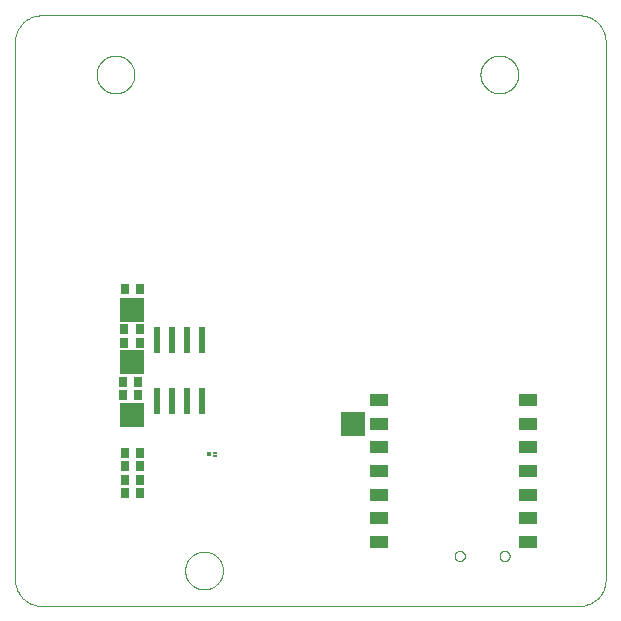
<source format=gbp>
G75*
%MOIN*%
%OFA0B0*%
%FSLAX25Y25*%
%IPPOS*%
%LPD*%
%AMOC8*
5,1,8,0,0,1.08239X$1,22.5*
%
%ADD10C,0.00197*%
%ADD11C,0.00000*%
%ADD12R,0.08000X0.08000*%
%ADD13R,0.02756X0.03543*%
%ADD14R,0.05906X0.03937*%
%ADD15R,0.01600X0.00800*%
%ADD16R,0.00800X0.01600*%
%ADD17R,0.02362X0.08661*%
D10*
X0036092Y0020644D02*
X0036048Y0020933D01*
X0036018Y0021226D01*
X0035988Y0021520D01*
X0035972Y0021817D01*
X0035972Y0201771D01*
X0035988Y0202068D01*
X0036018Y0202361D01*
X0036048Y0202655D01*
X0036092Y0202944D01*
X0036151Y0203228D01*
X0036209Y0203512D01*
X0036282Y0203791D01*
X0036367Y0204064D01*
X0036453Y0204338D01*
X0036551Y0204606D01*
X0036663Y0204867D01*
X0036774Y0205129D01*
X0036897Y0205384D01*
X0037032Y0205632D01*
X0037167Y0205879D01*
X0037314Y0206120D01*
X0037472Y0206353D01*
X0037629Y0206586D01*
X0037798Y0206811D01*
X0037976Y0207027D01*
X0038155Y0207243D01*
X0038344Y0207451D01*
X0038542Y0207649D01*
X0038740Y0207847D01*
X0038948Y0208036D01*
X0039164Y0208215D01*
X0039381Y0208393D01*
X0039605Y0208562D01*
X0039838Y0208720D01*
X0040071Y0208877D01*
X0040312Y0209024D01*
X0040560Y0209159D01*
X0040808Y0209294D01*
X0041063Y0209418D01*
X0041324Y0209529D01*
X0041585Y0209640D01*
X0041853Y0209738D01*
X0042400Y0209910D01*
X0042680Y0209982D01*
X0042964Y0210041D01*
X0043248Y0210099D01*
X0043537Y0210144D01*
X0044123Y0210204D01*
X0044420Y0210219D01*
X0224374Y0210219D01*
X0224672Y0210204D01*
X0225258Y0210144D01*
X0225547Y0210099D01*
X0225831Y0210041D01*
X0226115Y0209982D01*
X0226394Y0209910D01*
X0226941Y0209738D01*
X0227209Y0209640D01*
X0227471Y0209529D01*
X0227732Y0209418D01*
X0227987Y0209294D01*
X0228483Y0209024D01*
X0228724Y0208877D01*
X0228956Y0208720D01*
X0229189Y0208562D01*
X0229414Y0208393D01*
X0229630Y0208215D01*
X0229847Y0208036D01*
X0230054Y0207847D01*
X0230253Y0207649D01*
X0230451Y0207451D01*
X0230640Y0207243D01*
X0230818Y0207027D01*
X0230997Y0206811D01*
X0231166Y0206586D01*
X0231323Y0206353D01*
X0231481Y0206120D01*
X0231628Y0205879D01*
X0231763Y0205632D01*
X0231898Y0205384D01*
X0232021Y0205129D01*
X0232243Y0204606D01*
X0232342Y0204338D01*
X0232513Y0203791D01*
X0232585Y0203512D01*
X0232644Y0203228D01*
X0232703Y0202944D01*
X0232747Y0202655D01*
X0232777Y0202361D01*
X0232807Y0202068D01*
X0232823Y0201771D01*
X0232823Y0022118D01*
X0232823Y0021817D02*
X0232807Y0021520D01*
X0232777Y0021226D01*
X0232747Y0020933D01*
X0232703Y0020644D01*
X0232644Y0020360D01*
X0232585Y0020076D01*
X0232513Y0019797D01*
X0232428Y0019523D01*
X0232342Y0019250D01*
X0232243Y0018982D01*
X0232132Y0018721D01*
X0232021Y0018459D01*
X0231898Y0018204D01*
X0231628Y0017708D01*
X0231481Y0017468D01*
X0231323Y0017235D01*
X0231166Y0017002D01*
X0230997Y0016777D01*
X0230818Y0016561D01*
X0230640Y0016345D01*
X0230451Y0016137D01*
X0230054Y0015740D01*
X0229847Y0015552D01*
X0229630Y0015373D01*
X0229414Y0015194D01*
X0229189Y0015026D01*
X0228956Y0014868D01*
X0228724Y0014710D01*
X0228483Y0014564D01*
X0227987Y0014294D01*
X0227732Y0014170D01*
X0227471Y0014059D01*
X0227209Y0013948D01*
X0226941Y0013849D01*
X0226394Y0013678D01*
X0226115Y0013606D01*
X0225831Y0013547D01*
X0225547Y0013489D01*
X0225258Y0013444D01*
X0224672Y0013384D01*
X0224374Y0013369D01*
X0044420Y0013369D01*
X0044123Y0013384D01*
X0043537Y0013444D01*
X0043248Y0013489D01*
X0042964Y0013547D01*
X0042680Y0013606D01*
X0042400Y0013678D01*
X0041853Y0013849D01*
X0041585Y0013948D01*
X0041324Y0014059D01*
X0041063Y0014170D01*
X0040808Y0014294D01*
X0040560Y0014429D01*
X0040312Y0014564D01*
X0040071Y0014710D01*
X0039838Y0014868D01*
X0039605Y0015026D01*
X0039381Y0015194D01*
X0039164Y0015373D01*
X0038948Y0015552D01*
X0038740Y0015740D01*
X0038344Y0016137D01*
X0038155Y0016345D01*
X0037976Y0016561D01*
X0037798Y0016777D01*
X0037629Y0017002D01*
X0037472Y0017235D01*
X0037314Y0017468D01*
X0037167Y0017708D01*
X0036897Y0018204D01*
X0036774Y0018459D01*
X0036663Y0018721D01*
X0036551Y0018982D01*
X0036453Y0019250D01*
X0036367Y0019523D01*
X0036282Y0019797D01*
X0036209Y0020076D01*
X0036151Y0020360D01*
X0036092Y0020644D01*
D11*
X0092665Y0025157D02*
X0092667Y0025315D01*
X0092673Y0025473D01*
X0092683Y0025631D01*
X0092697Y0025789D01*
X0092715Y0025946D01*
X0092736Y0026103D01*
X0092762Y0026259D01*
X0092792Y0026415D01*
X0092825Y0026570D01*
X0092863Y0026723D01*
X0092904Y0026876D01*
X0092949Y0027028D01*
X0092998Y0027179D01*
X0093051Y0027328D01*
X0093107Y0027476D01*
X0093167Y0027622D01*
X0093231Y0027767D01*
X0093299Y0027910D01*
X0093370Y0028052D01*
X0093444Y0028192D01*
X0093522Y0028329D01*
X0093604Y0028465D01*
X0093688Y0028599D01*
X0093777Y0028730D01*
X0093868Y0028859D01*
X0093963Y0028986D01*
X0094060Y0029111D01*
X0094161Y0029233D01*
X0094265Y0029352D01*
X0094372Y0029469D01*
X0094482Y0029583D01*
X0094595Y0029694D01*
X0094710Y0029803D01*
X0094828Y0029908D01*
X0094949Y0030010D01*
X0095072Y0030110D01*
X0095198Y0030206D01*
X0095326Y0030299D01*
X0095456Y0030389D01*
X0095589Y0030475D01*
X0095724Y0030559D01*
X0095860Y0030638D01*
X0095999Y0030715D01*
X0096140Y0030787D01*
X0096282Y0030857D01*
X0096426Y0030922D01*
X0096572Y0030984D01*
X0096719Y0031042D01*
X0096868Y0031097D01*
X0097018Y0031148D01*
X0097169Y0031195D01*
X0097321Y0031238D01*
X0097474Y0031277D01*
X0097629Y0031313D01*
X0097784Y0031344D01*
X0097940Y0031372D01*
X0098096Y0031396D01*
X0098253Y0031416D01*
X0098411Y0031432D01*
X0098568Y0031444D01*
X0098727Y0031452D01*
X0098885Y0031456D01*
X0099043Y0031456D01*
X0099201Y0031452D01*
X0099360Y0031444D01*
X0099517Y0031432D01*
X0099675Y0031416D01*
X0099832Y0031396D01*
X0099988Y0031372D01*
X0100144Y0031344D01*
X0100299Y0031313D01*
X0100454Y0031277D01*
X0100607Y0031238D01*
X0100759Y0031195D01*
X0100910Y0031148D01*
X0101060Y0031097D01*
X0101209Y0031042D01*
X0101356Y0030984D01*
X0101502Y0030922D01*
X0101646Y0030857D01*
X0101788Y0030787D01*
X0101929Y0030715D01*
X0102068Y0030638D01*
X0102204Y0030559D01*
X0102339Y0030475D01*
X0102472Y0030389D01*
X0102602Y0030299D01*
X0102730Y0030206D01*
X0102856Y0030110D01*
X0102979Y0030010D01*
X0103100Y0029908D01*
X0103218Y0029803D01*
X0103333Y0029694D01*
X0103446Y0029583D01*
X0103556Y0029469D01*
X0103663Y0029352D01*
X0103767Y0029233D01*
X0103868Y0029111D01*
X0103965Y0028986D01*
X0104060Y0028859D01*
X0104151Y0028730D01*
X0104240Y0028599D01*
X0104324Y0028465D01*
X0104406Y0028329D01*
X0104484Y0028192D01*
X0104558Y0028052D01*
X0104629Y0027910D01*
X0104697Y0027767D01*
X0104761Y0027622D01*
X0104821Y0027476D01*
X0104877Y0027328D01*
X0104930Y0027179D01*
X0104979Y0027028D01*
X0105024Y0026876D01*
X0105065Y0026723D01*
X0105103Y0026570D01*
X0105136Y0026415D01*
X0105166Y0026259D01*
X0105192Y0026103D01*
X0105213Y0025946D01*
X0105231Y0025789D01*
X0105245Y0025631D01*
X0105255Y0025473D01*
X0105261Y0025315D01*
X0105263Y0025157D01*
X0105261Y0024999D01*
X0105255Y0024841D01*
X0105245Y0024683D01*
X0105231Y0024525D01*
X0105213Y0024368D01*
X0105192Y0024211D01*
X0105166Y0024055D01*
X0105136Y0023899D01*
X0105103Y0023744D01*
X0105065Y0023591D01*
X0105024Y0023438D01*
X0104979Y0023286D01*
X0104930Y0023135D01*
X0104877Y0022986D01*
X0104821Y0022838D01*
X0104761Y0022692D01*
X0104697Y0022547D01*
X0104629Y0022404D01*
X0104558Y0022262D01*
X0104484Y0022122D01*
X0104406Y0021985D01*
X0104324Y0021849D01*
X0104240Y0021715D01*
X0104151Y0021584D01*
X0104060Y0021455D01*
X0103965Y0021328D01*
X0103868Y0021203D01*
X0103767Y0021081D01*
X0103663Y0020962D01*
X0103556Y0020845D01*
X0103446Y0020731D01*
X0103333Y0020620D01*
X0103218Y0020511D01*
X0103100Y0020406D01*
X0102979Y0020304D01*
X0102856Y0020204D01*
X0102730Y0020108D01*
X0102602Y0020015D01*
X0102472Y0019925D01*
X0102339Y0019839D01*
X0102204Y0019755D01*
X0102068Y0019676D01*
X0101929Y0019599D01*
X0101788Y0019527D01*
X0101646Y0019457D01*
X0101502Y0019392D01*
X0101356Y0019330D01*
X0101209Y0019272D01*
X0101060Y0019217D01*
X0100910Y0019166D01*
X0100759Y0019119D01*
X0100607Y0019076D01*
X0100454Y0019037D01*
X0100299Y0019001D01*
X0100144Y0018970D01*
X0099988Y0018942D01*
X0099832Y0018918D01*
X0099675Y0018898D01*
X0099517Y0018882D01*
X0099360Y0018870D01*
X0099201Y0018862D01*
X0099043Y0018858D01*
X0098885Y0018858D01*
X0098727Y0018862D01*
X0098568Y0018870D01*
X0098411Y0018882D01*
X0098253Y0018898D01*
X0098096Y0018918D01*
X0097940Y0018942D01*
X0097784Y0018970D01*
X0097629Y0019001D01*
X0097474Y0019037D01*
X0097321Y0019076D01*
X0097169Y0019119D01*
X0097018Y0019166D01*
X0096868Y0019217D01*
X0096719Y0019272D01*
X0096572Y0019330D01*
X0096426Y0019392D01*
X0096282Y0019457D01*
X0096140Y0019527D01*
X0095999Y0019599D01*
X0095860Y0019676D01*
X0095724Y0019755D01*
X0095589Y0019839D01*
X0095456Y0019925D01*
X0095326Y0020015D01*
X0095198Y0020108D01*
X0095072Y0020204D01*
X0094949Y0020304D01*
X0094828Y0020406D01*
X0094710Y0020511D01*
X0094595Y0020620D01*
X0094482Y0020731D01*
X0094372Y0020845D01*
X0094265Y0020962D01*
X0094161Y0021081D01*
X0094060Y0021203D01*
X0093963Y0021328D01*
X0093868Y0021455D01*
X0093777Y0021584D01*
X0093688Y0021715D01*
X0093604Y0021849D01*
X0093522Y0021985D01*
X0093444Y0022122D01*
X0093370Y0022262D01*
X0093299Y0022404D01*
X0093231Y0022547D01*
X0093167Y0022692D01*
X0093107Y0022838D01*
X0093051Y0022986D01*
X0092998Y0023135D01*
X0092949Y0023286D01*
X0092904Y0023438D01*
X0092863Y0023591D01*
X0092825Y0023744D01*
X0092792Y0023899D01*
X0092762Y0024055D01*
X0092736Y0024211D01*
X0092715Y0024368D01*
X0092697Y0024525D01*
X0092683Y0024683D01*
X0092673Y0024841D01*
X0092667Y0024999D01*
X0092665Y0025157D01*
X0182519Y0030008D02*
X0182521Y0030089D01*
X0182527Y0030171D01*
X0182537Y0030252D01*
X0182551Y0030332D01*
X0182568Y0030411D01*
X0182590Y0030490D01*
X0182615Y0030567D01*
X0182644Y0030644D01*
X0182677Y0030718D01*
X0182714Y0030791D01*
X0182753Y0030862D01*
X0182797Y0030931D01*
X0182843Y0030998D01*
X0182893Y0031062D01*
X0182946Y0031124D01*
X0183002Y0031184D01*
X0183060Y0031240D01*
X0183122Y0031294D01*
X0183186Y0031345D01*
X0183252Y0031392D01*
X0183320Y0031436D01*
X0183391Y0031477D01*
X0183463Y0031514D01*
X0183538Y0031548D01*
X0183613Y0031578D01*
X0183691Y0031604D01*
X0183769Y0031627D01*
X0183848Y0031645D01*
X0183928Y0031660D01*
X0184009Y0031671D01*
X0184090Y0031678D01*
X0184172Y0031681D01*
X0184253Y0031680D01*
X0184334Y0031675D01*
X0184415Y0031666D01*
X0184496Y0031653D01*
X0184576Y0031636D01*
X0184654Y0031616D01*
X0184732Y0031591D01*
X0184809Y0031563D01*
X0184884Y0031531D01*
X0184957Y0031496D01*
X0185028Y0031457D01*
X0185098Y0031414D01*
X0185165Y0031369D01*
X0185231Y0031320D01*
X0185293Y0031268D01*
X0185353Y0031212D01*
X0185410Y0031154D01*
X0185465Y0031094D01*
X0185516Y0031030D01*
X0185564Y0030965D01*
X0185609Y0030897D01*
X0185651Y0030827D01*
X0185689Y0030755D01*
X0185724Y0030681D01*
X0185755Y0030606D01*
X0185782Y0030529D01*
X0185805Y0030451D01*
X0185825Y0030372D01*
X0185841Y0030292D01*
X0185853Y0030211D01*
X0185861Y0030130D01*
X0185865Y0030049D01*
X0185865Y0029967D01*
X0185861Y0029886D01*
X0185853Y0029805D01*
X0185841Y0029724D01*
X0185825Y0029644D01*
X0185805Y0029565D01*
X0185782Y0029487D01*
X0185755Y0029410D01*
X0185724Y0029335D01*
X0185689Y0029261D01*
X0185651Y0029189D01*
X0185609Y0029119D01*
X0185564Y0029051D01*
X0185516Y0028986D01*
X0185465Y0028922D01*
X0185410Y0028862D01*
X0185353Y0028804D01*
X0185293Y0028748D01*
X0185231Y0028696D01*
X0185165Y0028647D01*
X0185098Y0028602D01*
X0185029Y0028559D01*
X0184957Y0028520D01*
X0184884Y0028485D01*
X0184809Y0028453D01*
X0184732Y0028425D01*
X0184654Y0028400D01*
X0184576Y0028380D01*
X0184496Y0028363D01*
X0184415Y0028350D01*
X0184334Y0028341D01*
X0184253Y0028336D01*
X0184172Y0028335D01*
X0184090Y0028338D01*
X0184009Y0028345D01*
X0183928Y0028356D01*
X0183848Y0028371D01*
X0183769Y0028389D01*
X0183691Y0028412D01*
X0183613Y0028438D01*
X0183538Y0028468D01*
X0183463Y0028502D01*
X0183391Y0028539D01*
X0183320Y0028580D01*
X0183252Y0028624D01*
X0183186Y0028671D01*
X0183122Y0028722D01*
X0183060Y0028776D01*
X0183002Y0028832D01*
X0182946Y0028892D01*
X0182893Y0028954D01*
X0182843Y0029018D01*
X0182797Y0029085D01*
X0182753Y0029154D01*
X0182714Y0029225D01*
X0182677Y0029298D01*
X0182644Y0029372D01*
X0182615Y0029449D01*
X0182590Y0029526D01*
X0182568Y0029605D01*
X0182551Y0029684D01*
X0182537Y0029764D01*
X0182527Y0029845D01*
X0182521Y0029927D01*
X0182519Y0030008D01*
X0197479Y0030008D02*
X0197481Y0030089D01*
X0197487Y0030171D01*
X0197497Y0030252D01*
X0197511Y0030332D01*
X0197528Y0030411D01*
X0197550Y0030490D01*
X0197575Y0030567D01*
X0197604Y0030644D01*
X0197637Y0030718D01*
X0197674Y0030791D01*
X0197713Y0030862D01*
X0197757Y0030931D01*
X0197803Y0030998D01*
X0197853Y0031062D01*
X0197906Y0031124D01*
X0197962Y0031184D01*
X0198020Y0031240D01*
X0198082Y0031294D01*
X0198146Y0031345D01*
X0198212Y0031392D01*
X0198280Y0031436D01*
X0198351Y0031477D01*
X0198423Y0031514D01*
X0198498Y0031548D01*
X0198573Y0031578D01*
X0198651Y0031604D01*
X0198729Y0031627D01*
X0198808Y0031645D01*
X0198888Y0031660D01*
X0198969Y0031671D01*
X0199050Y0031678D01*
X0199132Y0031681D01*
X0199213Y0031680D01*
X0199294Y0031675D01*
X0199375Y0031666D01*
X0199456Y0031653D01*
X0199536Y0031636D01*
X0199614Y0031616D01*
X0199692Y0031591D01*
X0199769Y0031563D01*
X0199844Y0031531D01*
X0199917Y0031496D01*
X0199988Y0031457D01*
X0200058Y0031414D01*
X0200125Y0031369D01*
X0200191Y0031320D01*
X0200253Y0031268D01*
X0200313Y0031212D01*
X0200370Y0031154D01*
X0200425Y0031094D01*
X0200476Y0031030D01*
X0200524Y0030965D01*
X0200569Y0030897D01*
X0200611Y0030827D01*
X0200649Y0030755D01*
X0200684Y0030681D01*
X0200715Y0030606D01*
X0200742Y0030529D01*
X0200765Y0030451D01*
X0200785Y0030372D01*
X0200801Y0030292D01*
X0200813Y0030211D01*
X0200821Y0030130D01*
X0200825Y0030049D01*
X0200825Y0029967D01*
X0200821Y0029886D01*
X0200813Y0029805D01*
X0200801Y0029724D01*
X0200785Y0029644D01*
X0200765Y0029565D01*
X0200742Y0029487D01*
X0200715Y0029410D01*
X0200684Y0029335D01*
X0200649Y0029261D01*
X0200611Y0029189D01*
X0200569Y0029119D01*
X0200524Y0029051D01*
X0200476Y0028986D01*
X0200425Y0028922D01*
X0200370Y0028862D01*
X0200313Y0028804D01*
X0200253Y0028748D01*
X0200191Y0028696D01*
X0200125Y0028647D01*
X0200058Y0028602D01*
X0199989Y0028559D01*
X0199917Y0028520D01*
X0199844Y0028485D01*
X0199769Y0028453D01*
X0199692Y0028425D01*
X0199614Y0028400D01*
X0199536Y0028380D01*
X0199456Y0028363D01*
X0199375Y0028350D01*
X0199294Y0028341D01*
X0199213Y0028336D01*
X0199132Y0028335D01*
X0199050Y0028338D01*
X0198969Y0028345D01*
X0198888Y0028356D01*
X0198808Y0028371D01*
X0198729Y0028389D01*
X0198651Y0028412D01*
X0198573Y0028438D01*
X0198498Y0028468D01*
X0198423Y0028502D01*
X0198351Y0028539D01*
X0198280Y0028580D01*
X0198212Y0028624D01*
X0198146Y0028671D01*
X0198082Y0028722D01*
X0198020Y0028776D01*
X0197962Y0028832D01*
X0197906Y0028892D01*
X0197853Y0028954D01*
X0197803Y0029018D01*
X0197757Y0029085D01*
X0197713Y0029154D01*
X0197674Y0029225D01*
X0197637Y0029298D01*
X0197604Y0029372D01*
X0197575Y0029449D01*
X0197550Y0029526D01*
X0197528Y0029605D01*
X0197511Y0029684D01*
X0197497Y0029764D01*
X0197487Y0029845D01*
X0197481Y0029927D01*
X0197479Y0030008D01*
X0191091Y0190512D02*
X0191093Y0190670D01*
X0191099Y0190828D01*
X0191109Y0190986D01*
X0191123Y0191144D01*
X0191141Y0191301D01*
X0191162Y0191458D01*
X0191188Y0191614D01*
X0191218Y0191770D01*
X0191251Y0191925D01*
X0191289Y0192078D01*
X0191330Y0192231D01*
X0191375Y0192383D01*
X0191424Y0192534D01*
X0191477Y0192683D01*
X0191533Y0192831D01*
X0191593Y0192977D01*
X0191657Y0193122D01*
X0191725Y0193265D01*
X0191796Y0193407D01*
X0191870Y0193547D01*
X0191948Y0193684D01*
X0192030Y0193820D01*
X0192114Y0193954D01*
X0192203Y0194085D01*
X0192294Y0194214D01*
X0192389Y0194341D01*
X0192486Y0194466D01*
X0192587Y0194588D01*
X0192691Y0194707D01*
X0192798Y0194824D01*
X0192908Y0194938D01*
X0193021Y0195049D01*
X0193136Y0195158D01*
X0193254Y0195263D01*
X0193375Y0195365D01*
X0193498Y0195465D01*
X0193624Y0195561D01*
X0193752Y0195654D01*
X0193882Y0195744D01*
X0194015Y0195830D01*
X0194150Y0195914D01*
X0194286Y0195993D01*
X0194425Y0196070D01*
X0194566Y0196142D01*
X0194708Y0196212D01*
X0194852Y0196277D01*
X0194998Y0196339D01*
X0195145Y0196397D01*
X0195294Y0196452D01*
X0195444Y0196503D01*
X0195595Y0196550D01*
X0195747Y0196593D01*
X0195900Y0196632D01*
X0196055Y0196668D01*
X0196210Y0196699D01*
X0196366Y0196727D01*
X0196522Y0196751D01*
X0196679Y0196771D01*
X0196837Y0196787D01*
X0196994Y0196799D01*
X0197153Y0196807D01*
X0197311Y0196811D01*
X0197469Y0196811D01*
X0197627Y0196807D01*
X0197786Y0196799D01*
X0197943Y0196787D01*
X0198101Y0196771D01*
X0198258Y0196751D01*
X0198414Y0196727D01*
X0198570Y0196699D01*
X0198725Y0196668D01*
X0198880Y0196632D01*
X0199033Y0196593D01*
X0199185Y0196550D01*
X0199336Y0196503D01*
X0199486Y0196452D01*
X0199635Y0196397D01*
X0199782Y0196339D01*
X0199928Y0196277D01*
X0200072Y0196212D01*
X0200214Y0196142D01*
X0200355Y0196070D01*
X0200494Y0195993D01*
X0200630Y0195914D01*
X0200765Y0195830D01*
X0200898Y0195744D01*
X0201028Y0195654D01*
X0201156Y0195561D01*
X0201282Y0195465D01*
X0201405Y0195365D01*
X0201526Y0195263D01*
X0201644Y0195158D01*
X0201759Y0195049D01*
X0201872Y0194938D01*
X0201982Y0194824D01*
X0202089Y0194707D01*
X0202193Y0194588D01*
X0202294Y0194466D01*
X0202391Y0194341D01*
X0202486Y0194214D01*
X0202577Y0194085D01*
X0202666Y0193954D01*
X0202750Y0193820D01*
X0202832Y0193684D01*
X0202910Y0193547D01*
X0202984Y0193407D01*
X0203055Y0193265D01*
X0203123Y0193122D01*
X0203187Y0192977D01*
X0203247Y0192831D01*
X0203303Y0192683D01*
X0203356Y0192534D01*
X0203405Y0192383D01*
X0203450Y0192231D01*
X0203491Y0192078D01*
X0203529Y0191925D01*
X0203562Y0191770D01*
X0203592Y0191614D01*
X0203618Y0191458D01*
X0203639Y0191301D01*
X0203657Y0191144D01*
X0203671Y0190986D01*
X0203681Y0190828D01*
X0203687Y0190670D01*
X0203689Y0190512D01*
X0203687Y0190354D01*
X0203681Y0190196D01*
X0203671Y0190038D01*
X0203657Y0189880D01*
X0203639Y0189723D01*
X0203618Y0189566D01*
X0203592Y0189410D01*
X0203562Y0189254D01*
X0203529Y0189099D01*
X0203491Y0188946D01*
X0203450Y0188793D01*
X0203405Y0188641D01*
X0203356Y0188490D01*
X0203303Y0188341D01*
X0203247Y0188193D01*
X0203187Y0188047D01*
X0203123Y0187902D01*
X0203055Y0187759D01*
X0202984Y0187617D01*
X0202910Y0187477D01*
X0202832Y0187340D01*
X0202750Y0187204D01*
X0202666Y0187070D01*
X0202577Y0186939D01*
X0202486Y0186810D01*
X0202391Y0186683D01*
X0202294Y0186558D01*
X0202193Y0186436D01*
X0202089Y0186317D01*
X0201982Y0186200D01*
X0201872Y0186086D01*
X0201759Y0185975D01*
X0201644Y0185866D01*
X0201526Y0185761D01*
X0201405Y0185659D01*
X0201282Y0185559D01*
X0201156Y0185463D01*
X0201028Y0185370D01*
X0200898Y0185280D01*
X0200765Y0185194D01*
X0200630Y0185110D01*
X0200494Y0185031D01*
X0200355Y0184954D01*
X0200214Y0184882D01*
X0200072Y0184812D01*
X0199928Y0184747D01*
X0199782Y0184685D01*
X0199635Y0184627D01*
X0199486Y0184572D01*
X0199336Y0184521D01*
X0199185Y0184474D01*
X0199033Y0184431D01*
X0198880Y0184392D01*
X0198725Y0184356D01*
X0198570Y0184325D01*
X0198414Y0184297D01*
X0198258Y0184273D01*
X0198101Y0184253D01*
X0197943Y0184237D01*
X0197786Y0184225D01*
X0197627Y0184217D01*
X0197469Y0184213D01*
X0197311Y0184213D01*
X0197153Y0184217D01*
X0196994Y0184225D01*
X0196837Y0184237D01*
X0196679Y0184253D01*
X0196522Y0184273D01*
X0196366Y0184297D01*
X0196210Y0184325D01*
X0196055Y0184356D01*
X0195900Y0184392D01*
X0195747Y0184431D01*
X0195595Y0184474D01*
X0195444Y0184521D01*
X0195294Y0184572D01*
X0195145Y0184627D01*
X0194998Y0184685D01*
X0194852Y0184747D01*
X0194708Y0184812D01*
X0194566Y0184882D01*
X0194425Y0184954D01*
X0194286Y0185031D01*
X0194150Y0185110D01*
X0194015Y0185194D01*
X0193882Y0185280D01*
X0193752Y0185370D01*
X0193624Y0185463D01*
X0193498Y0185559D01*
X0193375Y0185659D01*
X0193254Y0185761D01*
X0193136Y0185866D01*
X0193021Y0185975D01*
X0192908Y0186086D01*
X0192798Y0186200D01*
X0192691Y0186317D01*
X0192587Y0186436D01*
X0192486Y0186558D01*
X0192389Y0186683D01*
X0192294Y0186810D01*
X0192203Y0186939D01*
X0192114Y0187070D01*
X0192030Y0187204D01*
X0191948Y0187340D01*
X0191870Y0187477D01*
X0191796Y0187617D01*
X0191725Y0187759D01*
X0191657Y0187902D01*
X0191593Y0188047D01*
X0191533Y0188193D01*
X0191477Y0188341D01*
X0191424Y0188490D01*
X0191375Y0188641D01*
X0191330Y0188793D01*
X0191289Y0188946D01*
X0191251Y0189099D01*
X0191218Y0189254D01*
X0191188Y0189410D01*
X0191162Y0189566D01*
X0191141Y0189723D01*
X0191123Y0189880D01*
X0191109Y0190038D01*
X0191099Y0190196D01*
X0191093Y0190354D01*
X0191091Y0190512D01*
X0063138Y0190512D02*
X0063140Y0190670D01*
X0063146Y0190828D01*
X0063156Y0190986D01*
X0063170Y0191144D01*
X0063188Y0191301D01*
X0063209Y0191458D01*
X0063235Y0191614D01*
X0063265Y0191770D01*
X0063298Y0191925D01*
X0063336Y0192078D01*
X0063377Y0192231D01*
X0063422Y0192383D01*
X0063471Y0192534D01*
X0063524Y0192683D01*
X0063580Y0192831D01*
X0063640Y0192977D01*
X0063704Y0193122D01*
X0063772Y0193265D01*
X0063843Y0193407D01*
X0063917Y0193547D01*
X0063995Y0193684D01*
X0064077Y0193820D01*
X0064161Y0193954D01*
X0064250Y0194085D01*
X0064341Y0194214D01*
X0064436Y0194341D01*
X0064533Y0194466D01*
X0064634Y0194588D01*
X0064738Y0194707D01*
X0064845Y0194824D01*
X0064955Y0194938D01*
X0065068Y0195049D01*
X0065183Y0195158D01*
X0065301Y0195263D01*
X0065422Y0195365D01*
X0065545Y0195465D01*
X0065671Y0195561D01*
X0065799Y0195654D01*
X0065929Y0195744D01*
X0066062Y0195830D01*
X0066197Y0195914D01*
X0066333Y0195993D01*
X0066472Y0196070D01*
X0066613Y0196142D01*
X0066755Y0196212D01*
X0066899Y0196277D01*
X0067045Y0196339D01*
X0067192Y0196397D01*
X0067341Y0196452D01*
X0067491Y0196503D01*
X0067642Y0196550D01*
X0067794Y0196593D01*
X0067947Y0196632D01*
X0068102Y0196668D01*
X0068257Y0196699D01*
X0068413Y0196727D01*
X0068569Y0196751D01*
X0068726Y0196771D01*
X0068884Y0196787D01*
X0069041Y0196799D01*
X0069200Y0196807D01*
X0069358Y0196811D01*
X0069516Y0196811D01*
X0069674Y0196807D01*
X0069833Y0196799D01*
X0069990Y0196787D01*
X0070148Y0196771D01*
X0070305Y0196751D01*
X0070461Y0196727D01*
X0070617Y0196699D01*
X0070772Y0196668D01*
X0070927Y0196632D01*
X0071080Y0196593D01*
X0071232Y0196550D01*
X0071383Y0196503D01*
X0071533Y0196452D01*
X0071682Y0196397D01*
X0071829Y0196339D01*
X0071975Y0196277D01*
X0072119Y0196212D01*
X0072261Y0196142D01*
X0072402Y0196070D01*
X0072541Y0195993D01*
X0072677Y0195914D01*
X0072812Y0195830D01*
X0072945Y0195744D01*
X0073075Y0195654D01*
X0073203Y0195561D01*
X0073329Y0195465D01*
X0073452Y0195365D01*
X0073573Y0195263D01*
X0073691Y0195158D01*
X0073806Y0195049D01*
X0073919Y0194938D01*
X0074029Y0194824D01*
X0074136Y0194707D01*
X0074240Y0194588D01*
X0074341Y0194466D01*
X0074438Y0194341D01*
X0074533Y0194214D01*
X0074624Y0194085D01*
X0074713Y0193954D01*
X0074797Y0193820D01*
X0074879Y0193684D01*
X0074957Y0193547D01*
X0075031Y0193407D01*
X0075102Y0193265D01*
X0075170Y0193122D01*
X0075234Y0192977D01*
X0075294Y0192831D01*
X0075350Y0192683D01*
X0075403Y0192534D01*
X0075452Y0192383D01*
X0075497Y0192231D01*
X0075538Y0192078D01*
X0075576Y0191925D01*
X0075609Y0191770D01*
X0075639Y0191614D01*
X0075665Y0191458D01*
X0075686Y0191301D01*
X0075704Y0191144D01*
X0075718Y0190986D01*
X0075728Y0190828D01*
X0075734Y0190670D01*
X0075736Y0190512D01*
X0075734Y0190354D01*
X0075728Y0190196D01*
X0075718Y0190038D01*
X0075704Y0189880D01*
X0075686Y0189723D01*
X0075665Y0189566D01*
X0075639Y0189410D01*
X0075609Y0189254D01*
X0075576Y0189099D01*
X0075538Y0188946D01*
X0075497Y0188793D01*
X0075452Y0188641D01*
X0075403Y0188490D01*
X0075350Y0188341D01*
X0075294Y0188193D01*
X0075234Y0188047D01*
X0075170Y0187902D01*
X0075102Y0187759D01*
X0075031Y0187617D01*
X0074957Y0187477D01*
X0074879Y0187340D01*
X0074797Y0187204D01*
X0074713Y0187070D01*
X0074624Y0186939D01*
X0074533Y0186810D01*
X0074438Y0186683D01*
X0074341Y0186558D01*
X0074240Y0186436D01*
X0074136Y0186317D01*
X0074029Y0186200D01*
X0073919Y0186086D01*
X0073806Y0185975D01*
X0073691Y0185866D01*
X0073573Y0185761D01*
X0073452Y0185659D01*
X0073329Y0185559D01*
X0073203Y0185463D01*
X0073075Y0185370D01*
X0072945Y0185280D01*
X0072812Y0185194D01*
X0072677Y0185110D01*
X0072541Y0185031D01*
X0072402Y0184954D01*
X0072261Y0184882D01*
X0072119Y0184812D01*
X0071975Y0184747D01*
X0071829Y0184685D01*
X0071682Y0184627D01*
X0071533Y0184572D01*
X0071383Y0184521D01*
X0071232Y0184474D01*
X0071080Y0184431D01*
X0070927Y0184392D01*
X0070772Y0184356D01*
X0070617Y0184325D01*
X0070461Y0184297D01*
X0070305Y0184273D01*
X0070148Y0184253D01*
X0069990Y0184237D01*
X0069833Y0184225D01*
X0069674Y0184217D01*
X0069516Y0184213D01*
X0069358Y0184213D01*
X0069200Y0184217D01*
X0069041Y0184225D01*
X0068884Y0184237D01*
X0068726Y0184253D01*
X0068569Y0184273D01*
X0068413Y0184297D01*
X0068257Y0184325D01*
X0068102Y0184356D01*
X0067947Y0184392D01*
X0067794Y0184431D01*
X0067642Y0184474D01*
X0067491Y0184521D01*
X0067341Y0184572D01*
X0067192Y0184627D01*
X0067045Y0184685D01*
X0066899Y0184747D01*
X0066755Y0184812D01*
X0066613Y0184882D01*
X0066472Y0184954D01*
X0066333Y0185031D01*
X0066197Y0185110D01*
X0066062Y0185194D01*
X0065929Y0185280D01*
X0065799Y0185370D01*
X0065671Y0185463D01*
X0065545Y0185559D01*
X0065422Y0185659D01*
X0065301Y0185761D01*
X0065183Y0185866D01*
X0065068Y0185975D01*
X0064955Y0186086D01*
X0064845Y0186200D01*
X0064738Y0186317D01*
X0064634Y0186436D01*
X0064533Y0186558D01*
X0064436Y0186683D01*
X0064341Y0186810D01*
X0064250Y0186939D01*
X0064161Y0187070D01*
X0064077Y0187204D01*
X0063995Y0187340D01*
X0063917Y0187477D01*
X0063843Y0187617D01*
X0063772Y0187759D01*
X0063704Y0187902D01*
X0063640Y0188047D01*
X0063580Y0188193D01*
X0063524Y0188341D01*
X0063471Y0188490D01*
X0063422Y0188641D01*
X0063377Y0188793D01*
X0063336Y0188946D01*
X0063298Y0189099D01*
X0063265Y0189254D01*
X0063235Y0189410D01*
X0063209Y0189566D01*
X0063188Y0189723D01*
X0063170Y0189880D01*
X0063156Y0190038D01*
X0063146Y0190196D01*
X0063140Y0190354D01*
X0063138Y0190512D01*
D12*
X0074972Y0112046D03*
X0074972Y0094546D03*
X0074972Y0077146D03*
X0148672Y0073846D03*
D13*
X0077731Y0064346D03*
X0077731Y0059846D03*
X0077731Y0055346D03*
X0077731Y0050846D03*
X0072613Y0050846D03*
X0072613Y0055346D03*
X0072613Y0059846D03*
X0072613Y0064346D03*
X0071913Y0083746D03*
X0071913Y0088146D03*
X0077031Y0088146D03*
X0077031Y0083746D03*
X0077531Y0100946D03*
X0077531Y0105546D03*
X0072413Y0105546D03*
X0072413Y0100946D03*
X0072613Y0118846D03*
X0077731Y0118846D03*
D14*
X0157385Y0081939D03*
X0157385Y0074065D03*
X0157385Y0066191D03*
X0157385Y0058317D03*
X0157385Y0050443D03*
X0157385Y0042569D03*
X0157385Y0034694D03*
X0206991Y0034694D03*
X0206991Y0042569D03*
X0206991Y0050443D03*
X0206991Y0058317D03*
X0206991Y0066191D03*
X0206991Y0074065D03*
X0206991Y0081939D03*
D15*
X0102672Y0064246D03*
X0102672Y0063446D03*
D16*
X0101072Y0063846D03*
X0100272Y0063846D03*
D17*
X0098172Y0081610D03*
X0093172Y0081610D03*
X0088172Y0081610D03*
X0083172Y0081610D03*
X0083172Y0102083D03*
X0088172Y0102083D03*
X0093172Y0102083D03*
X0098172Y0102083D03*
M02*

</source>
